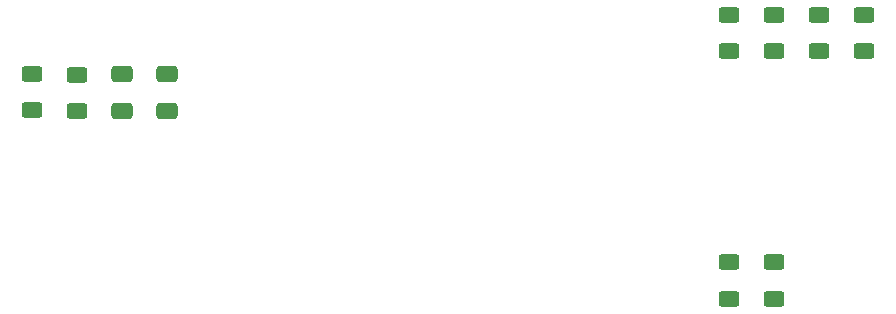
<source format=gbr>
%TF.GenerationSoftware,KiCad,Pcbnew,7.0.10*%
%TF.CreationDate,2024-02-15T22:29:50-05:00*%
%TF.ProjectId,heaterboard-2,68656174-6572-4626-9f61-72642d322e6b,2*%
%TF.SameCoordinates,Original*%
%TF.FileFunction,Paste,Top*%
%TF.FilePolarity,Positive*%
%FSLAX46Y46*%
G04 Gerber Fmt 4.6, Leading zero omitted, Abs format (unit mm)*
G04 Created by KiCad (PCBNEW 7.0.10) date 2024-02-15 22:29:50*
%MOMM*%
%LPD*%
G01*
G04 APERTURE LIST*
G04 Aperture macros list*
%AMRoundRect*
0 Rectangle with rounded corners*
0 $1 Rounding radius*
0 $2 $3 $4 $5 $6 $7 $8 $9 X,Y pos of 4 corners*
0 Add a 4 corners polygon primitive as box body*
4,1,4,$2,$3,$4,$5,$6,$7,$8,$9,$2,$3,0*
0 Add four circle primitives for the rounded corners*
1,1,$1+$1,$2,$3*
1,1,$1+$1,$4,$5*
1,1,$1+$1,$6,$7*
1,1,$1+$1,$8,$9*
0 Add four rect primitives between the rounded corners*
20,1,$1+$1,$2,$3,$4,$5,0*
20,1,$1+$1,$4,$5,$6,$7,0*
20,1,$1+$1,$6,$7,$8,$9,0*
20,1,$1+$1,$8,$9,$2,$3,0*%
G04 Aperture macros list end*
%ADD10RoundRect,0.250000X0.625000X-0.400000X0.625000X0.400000X-0.625000X0.400000X-0.625000X-0.400000X0*%
%ADD11RoundRect,0.250000X-0.625000X0.400000X-0.625000X-0.400000X0.625000X-0.400000X0.625000X0.400000X0*%
%ADD12RoundRect,0.250000X0.650000X-0.412500X0.650000X0.412500X-0.650000X0.412500X-0.650000X-0.412500X0*%
G04 APERTURE END LIST*
D10*
%TO.C,R2*%
X97790000Y-75565000D03*
X97790000Y-72465000D03*
%TD*%
D11*
%TO.C,R7*%
X156845000Y-88340000D03*
X156845000Y-91440000D03*
%TD*%
D10*
%TO.C,R6*%
X164465000Y-70485000D03*
X164465000Y-67385000D03*
%TD*%
D12*
%TO.C,C2*%
X101600000Y-75515000D03*
X101600000Y-72390000D03*
%TD*%
D10*
%TO.C,R4*%
X156845000Y-70485000D03*
X156845000Y-67385000D03*
%TD*%
%TO.C,R1*%
X93980000Y-75490000D03*
X93980000Y-72390000D03*
%TD*%
%TO.C,R5*%
X160655000Y-70485000D03*
X160655000Y-67385000D03*
%TD*%
%TO.C,R3*%
X153035000Y-70485000D03*
X153035000Y-67385000D03*
%TD*%
D11*
%TO.C,R8*%
X153035000Y-88340000D03*
X153035000Y-91440000D03*
%TD*%
D12*
%TO.C,C1*%
X105410000Y-75515000D03*
X105410000Y-72390000D03*
%TD*%
M02*

</source>
